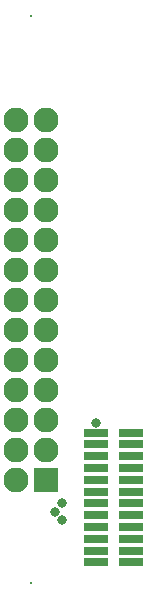
<source format=gbs>
G04*
G04 #@! TF.GenerationSoftware,Altium Limited,Altium Designer,20.2.7 (254)*
G04*
G04 Layer_Color=16711935*
%FSLAX44Y44*%
%MOMM*%
G71*
G04*
G04 #@! TF.SameCoordinates,727BD790-FD8A-488A-AA33-CFF93EEF8A04*
G04*
G04*
G04 #@! TF.FilePolarity,Negative*
G04*
G01*
G75*
%ADD15C,2.1040*%
%ADD16R,2.1040X2.1040*%
%ADD17C,0.2040*%
%ADD18C,0.8040*%
%ADD25R,2.0040X0.8040*%
D15*
X12300Y390000D02*
D03*
X37700D02*
D03*
Y364600D02*
D03*
X12300D02*
D03*
Y186800D02*
D03*
X37700D02*
D03*
X12300Y161400D02*
D03*
X37700D02*
D03*
X12300Y136000D02*
D03*
X37700D02*
D03*
X12300Y110600D02*
D03*
X37700Y212200D02*
D03*
X12300D02*
D03*
X37700Y237600D02*
D03*
X12300D02*
D03*
X37700Y263000D02*
D03*
X12300D02*
D03*
X37700Y288400D02*
D03*
X12300D02*
D03*
Y313800D02*
D03*
X37700D02*
D03*
Y339200D02*
D03*
X12300D02*
D03*
X37700Y415400D02*
D03*
X12300D02*
D03*
D16*
X37700Y110600D02*
D03*
D17*
X25000Y504000D02*
D03*
Y24000D02*
D03*
D18*
X80000Y159000D02*
D03*
X51000Y91000D02*
D03*
Y77000D02*
D03*
X45000Y84000D02*
D03*
D25*
X109750Y41000D02*
D03*
Y51000D02*
D03*
Y61000D02*
D03*
Y71000D02*
D03*
Y81000D02*
D03*
Y91000D02*
D03*
Y101000D02*
D03*
Y111000D02*
D03*
Y121000D02*
D03*
Y131000D02*
D03*
Y141000D02*
D03*
Y151000D02*
D03*
X80250Y41000D02*
D03*
Y51000D02*
D03*
Y61000D02*
D03*
Y71000D02*
D03*
Y81000D02*
D03*
Y91000D02*
D03*
Y101000D02*
D03*
Y111000D02*
D03*
Y121000D02*
D03*
Y131000D02*
D03*
Y141000D02*
D03*
Y151000D02*
D03*
M02*

</source>
